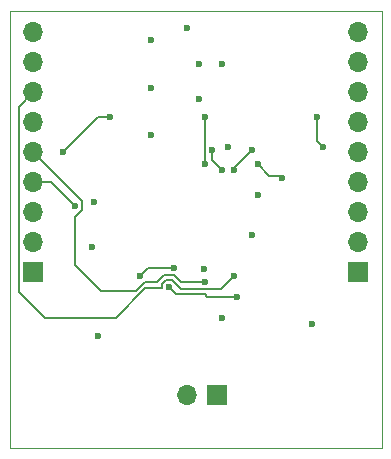
<source format=gbr>
%TF.GenerationSoftware,KiCad,Pcbnew,8.0.3*%
%TF.CreationDate,2024-07-01T13:41:45+02:00*%
%TF.ProjectId,ESP8266,45535038-3236-4362-9e6b-696361645f70,rev?*%
%TF.SameCoordinates,Original*%
%TF.FileFunction,Profile,NP*%
%FSLAX46Y46*%
G04 Gerber Fmt 4.6, Leading zero omitted, Abs format (unit mm)*
G04 Created by KiCad (PCBNEW 8.0.3) date 2024-07-01 13:41:45*
%MOMM*%
%LPD*%
G01*
G04 APERTURE LIST*
%TA.AperFunction,Profile*%
%ADD10C,0.050000*%
%TD*%
%TA.AperFunction,ComponentPad*%
%ADD11R,1.700000X1.700000*%
%TD*%
%TA.AperFunction,ComponentPad*%
%ADD12O,1.700000X1.700000*%
%TD*%
%TA.AperFunction,ViaPad*%
%ADD13C,0.600000*%
%TD*%
%TA.AperFunction,Conductor*%
%ADD14C,0.200000*%
%TD*%
G04 APERTURE END LIST*
D10*
X113000000Y-81000000D02*
X144500000Y-81000000D01*
X144500000Y-118000000D01*
X113000000Y-118000000D01*
X113000000Y-81000000D01*
D11*
%TO.P,J1,1,Pin_1*%
%TO.N,+3.3V*%
X115000000Y-103160000D03*
D12*
%TO.P,J1,2,Pin_2*%
%TO.N,/RST*%
X115000000Y-100620000D03*
%TO.P,J1,3,Pin_3*%
%TO.N,/U0RXD*%
X115000000Y-98080000D03*
%TO.P,J1,4,Pin_4*%
%TO.N,/U0TXD*%
X115000000Y-95540000D03*
%TO.P,J1,5,Pin_5*%
%TO.N,/ADC_IN*%
X115000000Y-93000000D03*
%TO.P,J1,6,Pin_6*%
%TO.N,/CHIP_EN*%
X115000000Y-90460000D03*
%TO.P,J1,7,Pin_7*%
%TO.N,/GPIO16*%
X115000000Y-87920000D03*
%TO.P,J1,8,Pin_8*%
%TO.N,/GPI05*%
X115000000Y-85380000D03*
%TO.P,J1,9,Pin_9*%
%TO.N,GND*%
X115000000Y-82840000D03*
%TD*%
D11*
%TO.P,J3,1,Pin_1*%
%TO.N,/ANT*%
X130540000Y-113500000D03*
D12*
%TO.P,J3,2,Pin_2*%
%TO.N,GND*%
X128000000Y-113500000D03*
%TD*%
D11*
%TO.P,J2,1,Pin_1*%
%TO.N,/GPIO14*%
X142500000Y-103120000D03*
D12*
%TO.P,J2,2,Pin_2*%
%TO.N,/GPIO12*%
X142500000Y-100580000D03*
%TO.P,J2,3,Pin_3*%
%TO.N,/GPIO13*%
X142500000Y-98040000D03*
%TO.P,J2,4,Pin_4*%
%TO.N,/GPIO15*%
X142500000Y-95500000D03*
%TO.P,J2,5,Pin_5*%
%TO.N,/GPIO2*%
X142500000Y-92960000D03*
%TO.P,J2,6,Pin_6*%
%TO.N,/GPIO0*%
X142500000Y-90420000D03*
%TO.P,J2,7,Pin_7*%
%TO.N,/GPIO4*%
X142500000Y-87880000D03*
%TO.P,J2,8,Pin_8*%
%TO.N,GND*%
X142500000Y-85340000D03*
%TO.P,J2,9,Pin_9*%
X142500000Y-82800000D03*
%TD*%
D13*
%TO.N,GND*%
X131500000Y-92500000D03*
X129000000Y-88500000D03*
X125000000Y-91500000D03*
X120000000Y-101000000D03*
X129420101Y-102900000D03*
X138637500Y-107500000D03*
X120500000Y-108500000D03*
X120155735Y-97155735D03*
X131000000Y-85500000D03*
X129000000Y-85500000D03*
%TO.N,/ADC_IN*%
X129500000Y-104000000D03*
%TO.N,/CHIP_EN*%
X126500000Y-104400000D03*
X132250000Y-105250000D03*
%TO.N,/GPIO16*%
X132000000Y-103500000D03*
%TO.N,/U0TXD*%
X118500000Y-97500000D03*
%TO.N,Net-(U1-RES12K)*%
X117500000Y-93000000D03*
X121500000Y-90000000D03*
%TO.N,Net-(U1-SD_CLK)*%
X139500000Y-92500000D03*
X136087108Y-95141422D03*
X139000000Y-90000000D03*
X134000000Y-93998114D03*
%TO.N,/SD_D3*%
X132000000Y-94500000D03*
X133500000Y-92798114D03*
%TO.N,/SD_D0*%
X129500000Y-90000000D03*
X129500000Y-94000000D03*
%TO.N,/SD_CMD*%
X130100000Y-92798114D03*
X131000000Y-94500000D03*
%TO.N,+3.3V*%
X125000000Y-83500000D03*
X128000000Y-82500000D03*
X131000000Y-107000000D03*
X134023198Y-96562466D03*
X124000000Y-103500000D03*
X125000000Y-87500000D03*
X126899681Y-102800000D03*
X133500000Y-100000000D03*
%TD*%
D14*
%TO.N,/ADC_IN*%
X125485785Y-104000000D02*
X124434314Y-104000000D01*
X119100000Y-97100000D02*
X115000000Y-93000000D01*
X119100000Y-97900000D02*
X119100000Y-97100000D01*
X118500000Y-102500000D02*
X120717157Y-104717157D01*
X118500000Y-98500000D02*
X119100000Y-97900000D01*
X126914215Y-103400000D02*
X126085785Y-103400000D01*
X124434314Y-104000000D02*
X123717157Y-104717157D01*
X126085785Y-103400000D02*
X125485785Y-104000000D01*
X120717157Y-104717157D02*
X123717157Y-104717157D01*
X127514215Y-104000000D02*
X126914215Y-103400000D01*
X118500000Y-102500000D02*
X118500000Y-98500000D01*
X129500000Y-104000000D02*
X127514215Y-104000000D01*
%TO.N,/CHIP_EN*%
X129750000Y-105250000D02*
X132250000Y-105250000D01*
X126500000Y-104400000D02*
X127100000Y-105000000D01*
X129500000Y-105000000D02*
X129750000Y-105250000D01*
X127100000Y-105000000D02*
X129500000Y-105000000D01*
%TO.N,/GPIO16*%
X113797919Y-89122081D02*
X113797919Y-104797919D01*
X122000000Y-107000000D02*
X124500000Y-104500000D01*
X126251471Y-103800000D02*
X126748529Y-103800000D01*
X124500000Y-104500000D02*
X125900000Y-104500000D01*
X116000000Y-107000000D02*
X122000000Y-107000000D01*
X130900000Y-104600000D02*
X132000000Y-103500000D01*
X127548529Y-104600000D02*
X130900000Y-104600000D01*
X126748529Y-103800000D02*
X127548529Y-104600000D01*
X115000000Y-87920000D02*
X113797919Y-89122081D01*
X125900000Y-104500000D02*
X125900000Y-104151471D01*
X113797919Y-104797919D02*
X116000000Y-107000000D01*
X125900000Y-104151471D02*
X126251471Y-103800000D01*
%TO.N,/U0TXD*%
X115000000Y-95540000D02*
X116540000Y-95540000D01*
X116540000Y-95540000D02*
X118500000Y-97500000D01*
%TO.N,Net-(U1-RES12K)*%
X120500000Y-90000000D02*
X117500000Y-93000000D01*
X121500000Y-90000000D02*
X120500000Y-90000000D01*
%TO.N,Net-(U1-SD_CLK)*%
X135001886Y-95000000D02*
X135945686Y-95000000D01*
X139000000Y-92000000D02*
X139500000Y-92500000D01*
X134000000Y-93998114D02*
X135001886Y-95000000D01*
X139000000Y-90000000D02*
X139000000Y-92000000D01*
X135945686Y-95000000D02*
X136087108Y-95141422D01*
%TO.N,/SD_D3*%
X132000000Y-94298114D02*
X132000000Y-94500000D01*
X133500000Y-92798114D02*
X132000000Y-94298114D01*
%TO.N,/SD_D0*%
X129500000Y-94000000D02*
X129500000Y-90000000D01*
%TO.N,/SD_CMD*%
X130100000Y-93600000D02*
X131000000Y-94500000D01*
X130100000Y-92798114D02*
X130100000Y-93600000D01*
%TO.N,+3.3V*%
X126899681Y-102800000D02*
X124700000Y-102800000D01*
X124700000Y-102800000D02*
X124000000Y-103500000D01*
%TD*%
M02*

</source>
